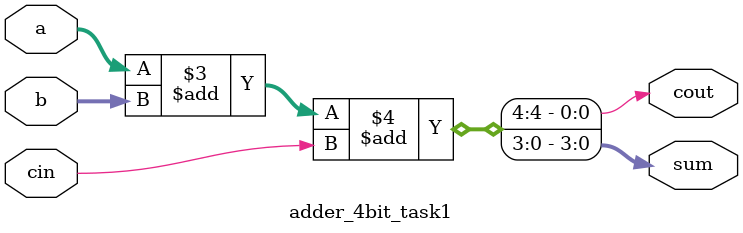
<source format=v>
module adder_4bit_task1(a , b, cin, sum, cout) ;

	input [3:0] a, b ;
	input cin ;

	output reg [3:0] sum ;
	output reg cout ;

	task adder ;
		{cout, sum} = a + b + cin ;

	endtask

	always @(a , b, cin)
		adder ;

endmodule

</source>
